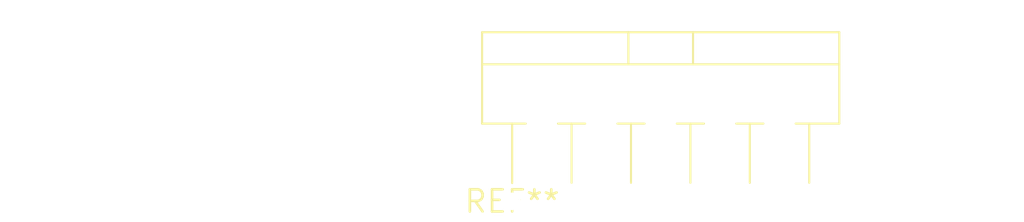
<source format=kicad_pcb>
(kicad_pcb (version 20240108) (generator pcbnew)
  (layers (0 "F.Cu" signal) (31 "B.Cu" signal) (34 "B.Paste" user) (35 "F.Paste" user) (36 "B.SilkS" user "B.Silkscreen") (37 "F.SilkS" user "F.Silkscreen") (38 "B.Mask" user) (39 "F.Mask" user) (44 "Edge.Cuts" user))
  (net 0 "")
  (footprint "TO-220-11_P3.4x5.08mm_StaggerOdd_Lead4.85mm_Vertical" (layer "F.Cu") (at 0 0)
    (property "Reference" "REF**")
    (property "Value" "TO-220-11_P3.4x5.08mm_StaggerOdd_Lead4.85mm_Vertical")
    (fp_line (start -1.72 -9.7) (end -1.72 -4.459) (layer "F.SilkS") (stroke (width 0.12)))
    (fp_line (start -1.72 -9.7) (end 18.72 -9.7) (layer "F.SilkS") (stroke (width 0.12)))
    (fp_line (start -1.72 -7.86) (end 18.72 -7.86) (layer "F.SilkS") (stroke (width 0.12)))
    (fp_line (start -1.72 -4.459) (end 0.776 -4.459) (layer "F.SilkS") (stroke (width 0.12)))
    (fp_line (start 0 -4.459) (end 0 -1.05) (layer "F.SilkS") (stroke (width 0.12)))
    (fp_line (start 2.625 -4.459) (end 4.176 -4.459) (layer "F.SilkS") (stroke (width 0.12)))
    (fp_line (start 3.4 -4.459) (end 3.4 -1.065) (layer "F.SilkS") (stroke (width 0.12)))
    (fp_line (start 6.025 -4.459) (end 7.576 -4.459) (layer "F.SilkS") (stroke (width 0.12)))
    (fp_line (start 6.65 -9.7) (end 6.65 -7.86) (layer "F.SilkS") (stroke (width 0.12)))
    (fp_line (start 6.8 -4.459) (end 6.8 -1.065) (layer "F.SilkS") (stroke (width 0.12)))
    (fp_line (start 9.425 -4.459) (end 10.976 -4.459) (layer "F.SilkS") (stroke (width 0.12)))
    (fp_line (start 10.2 -4.459) (end 10.2 -1.065) (layer "F.SilkS") (stroke (width 0.12)))
    (fp_line (start 10.35 -9.7) (end 10.35 -7.86) (layer "F.SilkS") (stroke (width 0.12)))
    (fp_line (start 12.825 -4.459) (end 14.376 -4.459) (layer "F.SilkS") (stroke (width 0.12)))
    (fp_line (start 13.6 -4.459) (end 13.6 -1.065) (layer "F.SilkS") (stroke (width 0.12)))
    (fp_line (start 16.225 -4.459) (end 18.72 -4.459) (layer "F.SilkS") (stroke (width 0.12)))
    (fp_line (start 17 -4.459) (end 17 -1.065) (layer "F.SilkS") (stroke (width 0.12)))
    (fp_line (start 18.72 -9.7) (end 18.72 -4.459) (layer "F.SilkS") (stroke (width 0.12)))
    (pad "1" thru_hole rect (at 0 0) (size 1.8 1.8) (drill 1) (layers *.Cu *.Mask) (remove_unused_layers))
    (pad "2" thru_hole oval (at 1.7 -5.08) (size 1.8 1.8) (drill 1) (layers *.Cu *.Mask) (remove_unused_layers))
    (pad "3" thru_hole oval (at 3.4 0) (size 1.8 1.8) (drill 1) (layers *.Cu *.Mask) (remove_unused_layers))
    (pad "4" thru_hole oval (at 5.1 -5.08) (size 1.8 1.8) (drill 1) (layers *.Cu *.Mask) (remove_unused_layers))
    (pad "5" thru_hole oval (at 6.8 0) (size 1.8 1.8) (drill 1) (layers *.Cu *.Mask) (remove_unused_layers))
    (pad "6" thru_hole oval (at 8.5 -5.08) (size 1.8 1.8) (drill 1) (layers *.Cu *.Mask) (remove_unused_layers))
    (pad "7" thru_hole oval (at 10.2 0) (size 1.8 1.8) (drill 1) (layers *.Cu *.Mask) (remove_unused_layers))
    (pad "8" thru_hole oval (at 11.9 -5.08) (size 1.8 1.8) (drill 1) (layers *.Cu *.Mask) (remove_unused_layers))
    (pad "9" thru_hole oval (at 13.6 0) (size 1.8 1.8) (drill 1) (layers *.Cu *.Mask) (remove_unused_layers))
    (pad "10" thru_hole oval (at 15.3 -5.08) (size 1.8 1.8) (drill 1) (layers *.Cu *.Mask) (remove_unused_layers))
    (pad "11" thru_hole oval (at 17 0) (size 1.8 1.8) (drill 1) (layers *.Cu *.Mask) (remove_unused_layers))
  )
)
</source>
